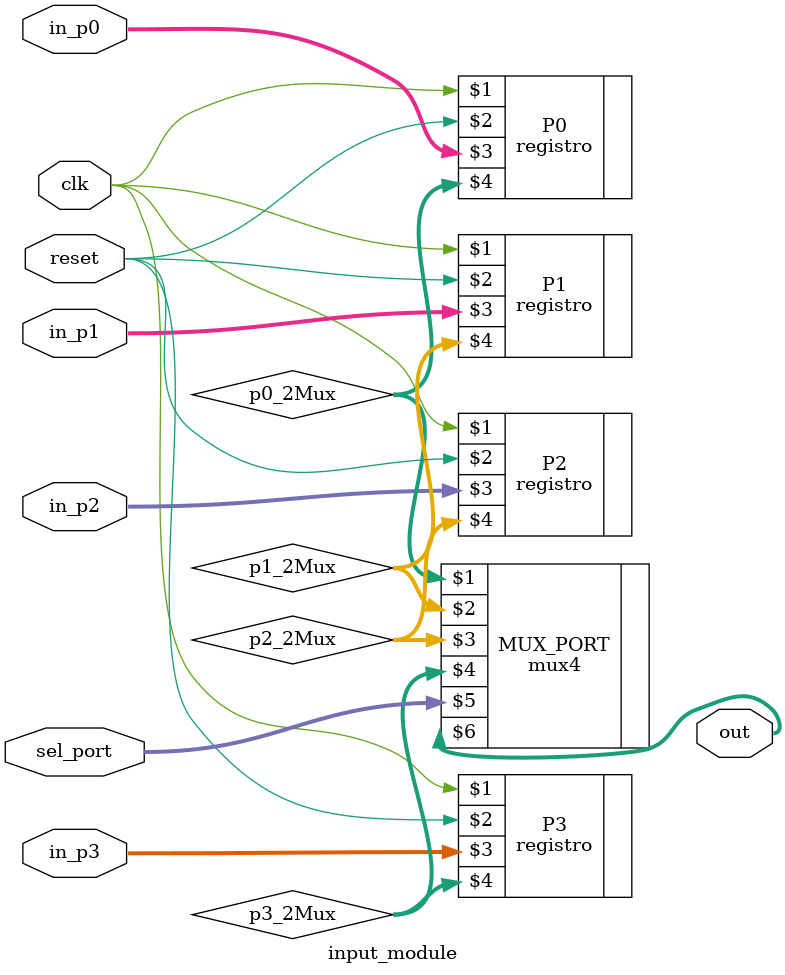
<source format=v>
module input_module ( input wire clk, reset, input wire [1:0] sel_port, input wire [7:0] in_p0, in_p1, in_p2, in_p3, output wire [7:0] out);
    
    wire [7:0] p0_2Mux, p1_2Mux, p2_2Mux,p3_2Mux;

    

    registro P0(clk, reset, in_p0, p0_2Mux); // Puerto dedicado para interrupciones

    registro P1(clk, reset, in_p1, p1_2Mux);

    registro P2(clk, reset, in_p2, p2_2Mux);

    registro P3(clk, reset, in_p3, p3_2Mux);

    mux4 MUX_PORT(p0_2Mux, p1_2Mux, p2_2Mux, p3_2Mux, sel_port, out);
    

endmodule
</source>
